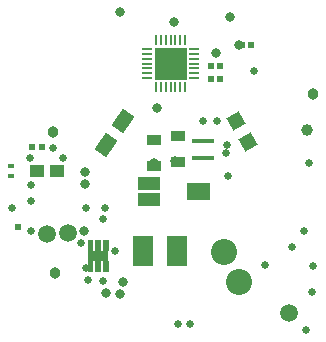
<source format=gbs>
G04*
G04 #@! TF.GenerationSoftware,Altium Limited,Altium Designer,23.1.1 (15)*
G04*
G04 Layer_Color=16711935*
%FSLAX44Y44*%
%MOMM*%
G71*
G04*
G04 #@! TF.SameCoordinates,B54EA911-69F6-478F-8CB3-DEBD2400B795*
G04*
G04*
G04 #@! TF.FilePolarity,Negative*
G04*
G01*
G75*
%ADD33R,0.5200X0.5200*%
%ADD40C,0.9652*%
%ADD41C,2.2032*%
%ADD42C,0.6604*%
%ADD59C,1.5000*%
%ADD60C,0.8000*%
%ADD61C,0.6096*%
%ADD62C,1.0000*%
G04:AMPARAMS|DCode=65|XSize=0.1925mm|YSize=0.8937mm|CornerRadius=0.0962mm|HoleSize=0mm|Usage=FLASHONLY|Rotation=180.000|XOffset=0mm|YOffset=0mm|HoleType=Round|Shape=RoundedRectangle|*
%AMROUNDEDRECTD65*
21,1,0.1925,0.7012,0,0,180.0*
21,1,0.0000,0.8937,0,0,180.0*
1,1,0.1925,0.0000,0.3506*
1,1,0.1925,0.0000,0.3506*
1,1,0.1925,0.0000,-0.3506*
1,1,0.1925,0.0000,-0.3506*
%
%ADD65ROUNDEDRECTD65*%
G04:AMPARAMS|DCode=66|XSize=0.8937mm|YSize=0.1925mm|CornerRadius=0.0962mm|HoleSize=0mm|Usage=FLASHONLY|Rotation=180.000|XOffset=0mm|YOffset=0mm|HoleType=Round|Shape=RoundedRectangle|*
%AMROUNDEDRECTD66*
21,1,0.8937,0.0000,0,0,180.0*
21,1,0.7012,0.1925,0,0,180.0*
1,1,0.1925,-0.3506,0.0000*
1,1,0.1925,0.3506,0.0000*
1,1,0.1925,0.3506,0.0000*
1,1,0.1925,-0.3506,0.0000*
%
%ADD66ROUNDEDRECTD66*%
%ADD67R,0.8937X0.1925*%
%ADD68R,2.7000X2.7000*%
%ADD75R,1.1581X1.0121*%
%ADD76P,1.6971X4X165.0*%
%ADD77R,1.9000X0.4000*%
%ADD79R,0.5000X0.4000*%
%ADD80R,1.2032X0.9532*%
G04:AMPARAMS|DCode=81|XSize=1.7032mm|YSize=1.2032mm|CornerRadius=0mm|HoleSize=0mm|Usage=FLASHONLY|Rotation=55.000|XOffset=0mm|YOffset=0mm|HoleType=Round|Shape=Rectangle|*
%AMROTATEDRECTD81*
4,1,4,0.0043,-1.0427,-0.9813,-0.3525,-0.0043,1.0427,0.9813,0.3525,0.0043,-1.0427,0.0*
%
%ADD81ROTATEDRECTD81*%

%ADD82R,1.8032X2.6032*%
G36*
X1121519Y855697D02*
X1102519D01*
Y866697D01*
X1121519D01*
Y855697D01*
D02*
G37*
G36*
X1163519Y847697D02*
X1144519D01*
Y861697D01*
X1163519D01*
Y847697D01*
D02*
G37*
G36*
X1121519Y842697D02*
X1102519D01*
Y853697D01*
X1121519D01*
Y842697D01*
D02*
G37*
G36*
X1077936Y804500D02*
X1077336D01*
Y795700D01*
X1077936D01*
Y786700D01*
X1073236D01*
Y795700D01*
X1071436D01*
Y786700D01*
X1066736D01*
Y795700D01*
X1064936D01*
Y786700D01*
X1060236D01*
Y795700D01*
X1060836D01*
Y804500D01*
X1060236D01*
Y813500D01*
X1064936D01*
Y804500D01*
X1066736D01*
Y813500D01*
X1071436D01*
Y804500D01*
X1073236D01*
Y813500D01*
X1077936D01*
Y804500D01*
D02*
G37*
D33*
X1164401Y950252D02*
D03*
X1172402D02*
D03*
X1190816Y978916D02*
D03*
X1198816D02*
D03*
X1013270Y892810D02*
D03*
X1021270D02*
D03*
X1164400Y960882D02*
D03*
X1172400D02*
D03*
D40*
X1030986Y905002D02*
D03*
X1032510Y786130D02*
D03*
X1250950Y937514D02*
D03*
D41*
X1175474Y803838D02*
D03*
X1188720Y778510D02*
D03*
D42*
X1073658Y831596D02*
D03*
X1075198Y840994D02*
D03*
X1251133Y791847D02*
D03*
X1058926Y789686D02*
D03*
X1210310Y792480D02*
D03*
X1250188Y769874D02*
D03*
X1244751Y737513D02*
D03*
X1060264Y780112D02*
D03*
X1073222Y778706D02*
D03*
X1147318Y742442D02*
D03*
X1247648Y878840D02*
D03*
X1083778Y804347D02*
D03*
X1054246Y811506D02*
D03*
X1012262Y846748D02*
D03*
X1012533Y821362D02*
D03*
X995934Y840740D02*
D03*
X1201420Y957072D02*
D03*
X1030667Y891907D02*
D03*
X1177795Y887453D02*
D03*
X1136650Y742950D02*
D03*
X1179115Y867996D02*
D03*
X1011909Y860413D02*
D03*
X1233170Y807720D02*
D03*
X1243330Y821690D02*
D03*
X1158218Y914515D02*
D03*
X1169943Y914635D02*
D03*
X1185856Y914994D02*
D03*
X1177870Y893898D02*
D03*
X1059040Y840837D02*
D03*
X1039740Y883022D02*
D03*
X1011345Y883345D02*
D03*
D59*
X1230884Y751840D02*
D03*
X1025654Y818942D02*
D03*
X1043366Y819229D02*
D03*
D60*
X1089899Y777884D02*
D03*
X1087628Y767588D02*
D03*
X1057402Y821436D02*
D03*
X1075758Y768717D02*
D03*
X1058207Y871254D02*
D03*
X1168654Y972058D02*
D03*
X1188235Y978754D02*
D03*
X1180782Y1002599D02*
D03*
X1136650Y956056D02*
D03*
X1123188Y967740D02*
D03*
X1087281Y1006292D02*
D03*
X1133659Y998631D02*
D03*
X1118870Y925830D02*
D03*
X1058098Y860714D02*
D03*
X1134505Y880407D02*
D03*
X1116515Y879261D02*
D03*
D61*
X1001184Y824655D02*
D03*
D62*
X1245870Y906780D02*
D03*
D65*
X1142486Y982899D02*
D03*
X1138486D02*
D03*
X1134486D02*
D03*
X1130486D02*
D03*
X1126486D02*
D03*
X1122486D02*
D03*
X1118486D02*
D03*
Y943129D02*
D03*
X1122486D02*
D03*
X1126486D02*
D03*
X1130486D02*
D03*
X1134486D02*
D03*
X1138486D02*
D03*
X1142486D02*
D03*
D66*
X1110601Y975014D02*
D03*
Y971014D02*
D03*
Y967014D02*
D03*
Y963015D02*
D03*
Y959015D02*
D03*
Y955014D02*
D03*
Y951014D02*
D03*
X1150371D02*
D03*
Y955014D02*
D03*
Y959015D02*
D03*
Y963015D02*
D03*
Y967014D02*
D03*
Y971014D02*
D03*
D67*
Y975014D02*
D03*
D68*
X1130486Y963015D02*
D03*
D75*
X1033922Y872236D02*
D03*
X1017382D02*
D03*
D76*
X1185908Y914748D02*
D03*
X1196408Y896561D02*
D03*
D77*
X1157556Y897097D02*
D03*
X1157556Y883097D02*
D03*
D79*
X995393Y868100D02*
D03*
Y876099D02*
D03*
D80*
X1116293Y876613D02*
D03*
Y898613D02*
D03*
X1136410Y901872D02*
D03*
Y879872D02*
D03*
D81*
X1089815Y914226D02*
D03*
X1075475Y893747D02*
D03*
D82*
X1107160Y803952D02*
D03*
X1135660D02*
D03*
M02*

</source>
